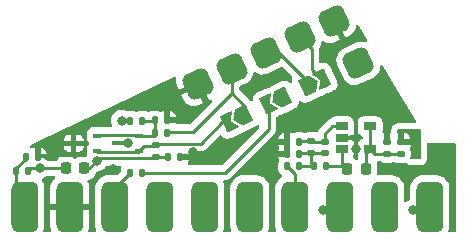
<source format=gbr>
%TF.GenerationSoftware,KiCad,Pcbnew,6.0.11-2627ca5db0~126~ubuntu20.04.1*%
%TF.CreationDate,2023-08-10T10:55:20+02:00*%
%TF.ProjectId,ScartPCB,53636172-7450-4434-922e-6b696361645f,2.0*%
%TF.SameCoordinates,PX76bb820PY7641700*%
%TF.FileFunction,Copper,L4,Bot*%
%TF.FilePolarity,Positive*%
%FSLAX46Y46*%
G04 Gerber Fmt 4.6, Leading zero omitted, Abs format (unit mm)*
G04 Created by KiCad (PCBNEW 6.0.11-2627ca5db0~126~ubuntu20.04.1) date 2023-08-10 10:55:20*
%MOMM*%
%LPD*%
G01*
G04 APERTURE LIST*
G04 Aperture macros list*
%AMRoundRect*
0 Rectangle with rounded corners*
0 $1 Rounding radius*
0 $2 $3 $4 $5 $6 $7 $8 $9 X,Y pos of 4 corners*
0 Add a 4 corners polygon primitive as box body*
4,1,4,$2,$3,$4,$5,$6,$7,$8,$9,$2,$3,0*
0 Add four circle primitives for the rounded corners*
1,1,$1+$1,$2,$3*
1,1,$1+$1,$4,$5*
1,1,$1+$1,$6,$7*
1,1,$1+$1,$8,$9*
0 Add four rect primitives between the rounded corners*
20,1,$1+$1,$2,$3,$4,$5,0*
20,1,$1+$1,$4,$5,$6,$7,0*
20,1,$1+$1,$6,$7,$8,$9,0*
20,1,$1+$1,$8,$9,$2,$3,0*%
%AMFreePoly0*
4,1,6,1.000000,0.000000,0.500000,-0.750000,-0.500000,-0.750000,-0.500000,0.750000,0.500000,0.750000,1.000000,0.000000,1.000000,0.000000,$1*%
%AMFreePoly1*
4,1,6,0.500000,-0.750000,-0.650000,-0.750000,-0.150000,0.000000,-0.650000,0.750000,0.500000,0.750000,0.500000,-0.750000,0.500000,-0.750000,$1*%
G04 Aperture macros list end*
%TA.AperFunction,SMDPad,CuDef*%
%ADD10RoundRect,0.571500X-0.571500X-1.562000X0.571500X-1.562000X0.571500X1.562000X-0.571500X1.562000X0*%
%TD*%
%TA.AperFunction,SMDPad,CuDef*%
%ADD11RoundRect,0.140000X0.140000X0.170000X-0.140000X0.170000X-0.140000X-0.170000X0.140000X-0.170000X0*%
%TD*%
%TA.AperFunction,SMDPad,CuDef*%
%ADD12RoundRect,0.135000X-0.135000X-0.185000X0.135000X-0.185000X0.135000X0.185000X-0.135000X0.185000X0*%
%TD*%
%TA.AperFunction,SMDPad,CuDef*%
%ADD13RoundRect,0.218750X0.218750X0.256250X-0.218750X0.256250X-0.218750X-0.256250X0.218750X-0.256250X0*%
%TD*%
%TA.AperFunction,SMDPad,CuDef*%
%ADD14RoundRect,0.571500X-0.276429X-0.759481X0.759481X-0.276429X0.276429X0.759481X-0.759481X0.276429X0*%
%TD*%
%TA.AperFunction,SMDPad,CuDef*%
%ADD15RoundRect,0.135000X0.135000X0.185000X-0.135000X0.185000X-0.135000X-0.185000X0.135000X-0.185000X0*%
%TD*%
%TA.AperFunction,SMDPad,CuDef*%
%ADD16RoundRect,0.135000X0.185000X-0.135000X0.185000X0.135000X-0.185000X0.135000X-0.185000X-0.135000X0*%
%TD*%
%TA.AperFunction,SMDPad,CuDef*%
%ADD17RoundRect,0.147500X-0.147500X-0.172500X0.147500X-0.172500X0.147500X0.172500X-0.147500X0.172500X0*%
%TD*%
%TA.AperFunction,SMDPad,CuDef*%
%ADD18FreePoly0,25.000000*%
%TD*%
%TA.AperFunction,SMDPad,CuDef*%
%ADD19FreePoly1,25.000000*%
%TD*%
%TA.AperFunction,SMDPad,CuDef*%
%ADD20RoundRect,0.225000X-0.225000X-0.250000X0.225000X-0.250000X0.225000X0.250000X-0.225000X0.250000X0*%
%TD*%
%TA.AperFunction,SMDPad,CuDef*%
%ADD21R,0.700000X0.450000*%
%TD*%
%TA.AperFunction,SMDPad,CuDef*%
%ADD22RoundRect,0.140000X0.170000X-0.140000X0.170000X0.140000X-0.170000X0.140000X-0.170000X-0.140000X0*%
%TD*%
%TA.AperFunction,SMDPad,CuDef*%
%ADD23RoundRect,0.147500X0.172500X-0.147500X0.172500X0.147500X-0.172500X0.147500X-0.172500X-0.147500X0*%
%TD*%
%TA.AperFunction,SMDPad,CuDef*%
%ADD24R,1.100000X0.650001*%
%TD*%
%TA.AperFunction,SMDPad,CuDef*%
%ADD25FreePoly0,205.000000*%
%TD*%
%TA.AperFunction,SMDPad,CuDef*%
%ADD26FreePoly1,205.000000*%
%TD*%
%TA.AperFunction,ViaPad*%
%ADD27C,0.800000*%
%TD*%
%TA.AperFunction,Conductor*%
%ADD28C,0.250000*%
%TD*%
%TA.AperFunction,Conductor*%
%ADD29C,0.350000*%
%TD*%
G04 APERTURE END LIST*
D10*
%TO.P,J1,2,Pin_2*%
%TO.N,AR*%
X36747500Y2642500D03*
%TO.P,J1,4,Pin_4*%
%TO.N,unconnected-(J1-Pad4)*%
X32937500Y2642500D03*
%TO.P,J1,6,Pin_6*%
%TO.N,AL*%
X29127500Y2642500D03*
%TO.P,J1,8,Pin_8*%
%TO.N,SWITCH*%
X25317500Y2642500D03*
%TO.P,J1,10,Pin_10*%
%TO.N,unconnected-(J1-Pad10)*%
X21507500Y2642500D03*
%TO.P,J1,12,Pin_12*%
%TO.N,unconnected-(J1-Pad12)*%
X17697500Y2642500D03*
%TO.P,J1,14,Pin_14*%
%TO.N,unconnected-(J1-Pad14)*%
X13887500Y2642500D03*
%TO.P,J1,16,Pin_16*%
%TO.N,RGB_BLANKING*%
X10077500Y2642500D03*
%TO.P,J1,18,Pin_18*%
%TO.N,GND*%
X6267500Y2642500D03*
%TO.P,J1,20,Pin_20*%
%TO.N,COMPOSITE_SYNC*%
X2457500Y2642500D03*
%TD*%
D11*
%TO.P,C3,1*%
%TO.N,Net-(C2-Pad1)*%
X25664800Y7083800D03*
%TO.P,C3,2*%
%TO.N,GND*%
X24704800Y7083800D03*
%TD*%
D12*
%TO.P,RC2,1*%
%TO.N,COMPOSITE_SYNC*%
X2548800Y6855200D03*
%TO.P,RC2,2*%
%TO.N,GND*%
X3568800Y6855200D03*
%TD*%
D13*
%TO.P,L1,1,1*%
%TO.N,Net-(C1-Pad1)*%
X31354500Y5824001D03*
%TO.P,L1,2,2*%
%TO.N,Net-(D2-Pad2)*%
X29779500Y5824001D03*
%TD*%
D14*
%TO.P,JI4,1,Pin_1*%
%TO.N,C*%
X19988949Y14335500D03*
%TD*%
%TO.P,JI8,1,Pin_1*%
%TO.N,+5V*%
X30694000Y14780000D03*
%TD*%
%TO.P,JI11,1,Pin_1*%
%TO.N,GND*%
X17105000Y13002000D03*
%TD*%
D15*
%TO.P,R9,1*%
%TO.N,Net-(JP2-Pad2)*%
X12408000Y5509000D03*
%TO.P,R9,2*%
%TO.N,RGB_BLANKING*%
X11388000Y5509000D03*
%TD*%
%TO.P,R2,1*%
%TO.N,Net-(C2-Pad2)*%
X25717600Y8125200D03*
%TO.P,R2,2*%
%TO.N,GND*%
X24697600Y8125200D03*
%TD*%
D12*
%TO.P,R8,1*%
%TO.N,Net-(CC1-Pad2)*%
X14563000Y6880600D03*
%TO.P,R8,2*%
%TO.N,GND*%
X15583000Y6880600D03*
%TD*%
D16*
%TO.P,R7,1*%
%TO.N,Net-(CC1-Pad2)*%
X13549000Y6827800D03*
%TO.P,R7,2*%
%TO.N,C_SYNC*%
X13549000Y7847800D03*
%TD*%
D14*
%TO.P,JI7,1,Pin_1*%
%TO.N,AL*%
X22872898Y15669000D03*
%TD*%
D17*
%TO.P,D2,1,K*%
%TO.N,Net-(C2-Pad1)*%
X26983200Y6093200D03*
%TO.P,D2,2,A*%
%TO.N,Net-(D2-Pad2)*%
X27953200Y6093200D03*
%TD*%
D18*
%TO.P,JP1,1,A*%
%TO.N,AL*%
X26353927Y12822602D03*
D19*
%TO.P,JP1,2,B*%
%TO.N,AR*%
X27668073Y13435398D03*
%TD*%
D16*
%TO.P,R1,1*%
%TO.N,Net-(C2-Pad1)*%
X26708500Y7160000D03*
%TO.P,R1,2*%
%TO.N,Net-(C2-Pad2)*%
X26708500Y8180000D03*
%TD*%
D12*
%TO.P,R6,1*%
%TO.N,Net-(C4-Pad2)*%
X13476400Y9938600D03*
%TO.P,R6,2*%
%TO.N,GND*%
X14496400Y9938600D03*
%TD*%
D14*
%TO.P,JI6,1,Pin_1*%
%TO.N,AR*%
X25756847Y17002500D03*
%TD*%
D20*
%TO.P,CC3,1*%
%TO.N,Net-(CC1-Pad1)*%
X5966800Y5890000D03*
%TO.P,CC3,2*%
%TO.N,Net-(CC1-Pad2)*%
X7516800Y5890000D03*
%TD*%
D21*
%TO.P,Q1,1,B*%
%TO.N,Net-(C4-Pad2)*%
X12161400Y8648200D03*
%TO.P,Q1,2,E*%
%TO.N,C_SYNC*%
X12161400Y7348200D03*
%TO.P,Q1,3,C*%
%TO.N,+5V*%
X10161400Y7998200D03*
%TD*%
D22*
%TO.P,C1,1*%
%TO.N,Net-(C1-Pad1)*%
X33164000Y7122001D03*
%TO.P,C1,2*%
%TO.N,GND*%
X33164000Y8082001D03*
%TD*%
D23*
%TO.P,D1,1,K*%
%TO.N,Net-(C1-Pad1)*%
X34307000Y7117001D03*
%TO.P,D1,2,A*%
%TO.N,+5V*%
X34307000Y8087001D03*
%TD*%
D21*
%TO.P,Q2,1,B*%
%TO.N,Net-(C4-Pad2)*%
X8605400Y8648200D03*
%TO.P,Q2,2,E*%
%TO.N,C_SYNC*%
X8605400Y7348200D03*
%TO.P,Q2,3,C*%
%TO.N,GND*%
X6605400Y7998200D03*
%TD*%
D15*
%TO.P,R3,1*%
%TO.N,Net-(C2-Pad1)*%
X25717600Y6042400D03*
%TO.P,R3,2*%
%TO.N,SWITCH*%
X24697600Y6042400D03*
%TD*%
D12*
%TO.P,R5,1*%
%TO.N,+5V*%
X11413400Y9928600D03*
%TO.P,R5,2*%
%TO.N,Net-(C4-Pad2)*%
X12433400Y9928600D03*
%TD*%
D24*
%TO.P,U1,1,SW*%
%TO.N,Net-(D2-Pad2)*%
X29297000Y7541000D03*
%TO.P,U1,2,GND*%
%TO.N,GND*%
X29297000Y8491001D03*
%TO.P,U1,3,FB*%
%TO.N,Net-(C2-Pad2)*%
X29297000Y9440999D03*
%TO.P,U1,4,EN*%
%TO.N,Net-(C1-Pad1)*%
X31697000Y9440999D03*
%TO.P,U1,5,VIN*%
X31697000Y7541000D03*
%TD*%
D14*
%TO.P,JI10,1,Pin_1*%
%TO.N,GND*%
X28662000Y18336000D03*
%TD*%
D25*
%TO.P,JP2,1,A*%
%TO.N,+5V*%
X24366073Y11911398D03*
D26*
%TO.P,JP2,2,B*%
%TO.N,Net-(JP2-Pad2)*%
X23051927Y11298602D03*
%TD*%
D25*
%TO.P,JP3,1,A*%
%TO.N,C*%
X21064073Y10387398D03*
D26*
%TO.P,JP3,2,B*%
%TO.N,C_SYNC*%
X19749927Y9774602D03*
%TD*%
D11*
%TO.P,C4,1*%
%TO.N,C*%
X14466400Y8838200D03*
%TO.P,C4,2*%
%TO.N,Net-(C4-Pad2)*%
X13506400Y8838200D03*
%TD*%
D22*
%TO.P,C2,1*%
%TO.N,Net-(C2-Pad1)*%
X27851500Y7190000D03*
%TO.P,C2,2*%
%TO.N,Net-(C2-Pad2)*%
X27851500Y8150000D03*
%TD*%
D12*
%TO.P,RC1,1*%
%TO.N,COMPOSITE_SYNC*%
X1761400Y5686800D03*
%TO.P,RC1,2*%
%TO.N,Net-(CC1-Pad1)*%
X2781400Y5686800D03*
%TD*%
D27*
%TO.N,GND*%
X9129400Y10182600D03*
X30490800Y10436600D03*
X6868800Y2308600D03*
X32472000Y12494000D03*
X14742800Y12290800D03*
X30592400Y17066000D03*
X4841014Y8298785D03*
X28154000Y18590000D03*
X16673200Y7240500D03*
X30490800Y7515600D03*
X17740000Y12748000D03*
X6868800Y4112000D03*
X9967600Y5788400D03*
X33234000Y10208000D03*
X29170000Y18082000D03*
X22148398Y13179800D03*
X23378800Y7541000D03*
X16470000Y13256000D03*
X6132200Y1419600D03*
X6132200Y3248400D03*
X26630000Y9954000D03*
X19179206Y7807194D03*
X37806000Y7160000D03*
X34199200Y5813800D03*
X12177400Y11655800D03*
X28458800Y15999200D03*
X37044000Y6398000D03*
%TO.N,+5V*%
X29957400Y15059400D03*
X11237600Y7998200D03*
X30440000Y14094200D03*
X35520000Y7414000D03*
X31379800Y14551400D03*
X24366073Y11911398D03*
X30973400Y15491200D03*
X10678800Y9928600D03*
X35520000Y8684000D03*
%TO.N,AL*%
X27722200Y2359400D03*
X26503000Y12875000D03*
%TO.N,AR*%
X35342200Y2359400D03*
X27900000Y13129000D03*
%TO.N,Net-(CC1-Pad1)*%
X3740767Y5902100D03*
%TO.N,Net-(CC1-Pad2)*%
X8545200Y6523698D03*
%TD*%
D28*
%TO.N,Net-(C1-Pad1)*%
X33169000Y7117001D02*
X33164000Y7122001D01*
X32115999Y7122001D02*
X31697000Y7541000D01*
X34307000Y7117001D02*
X33169000Y7117001D01*
X31354500Y7198500D02*
X31697000Y7541000D01*
X31354500Y5824001D02*
X31354500Y7198500D01*
X33164000Y7122001D02*
X32115999Y7122001D01*
X31697000Y7541000D02*
X31697000Y9440999D01*
D29*
%TO.N,GND*%
X30490800Y10436600D02*
X30490800Y8784801D01*
X30490800Y8501202D02*
X30480599Y8491001D01*
X30480599Y8491001D02*
X29297000Y8491001D01*
X30490800Y7515600D02*
X30490800Y8784801D01*
D28*
%TO.N,Net-(C2-Pad2)*%
X28497000Y9440999D02*
X27851500Y8795499D01*
X29297000Y9440999D02*
X28497000Y9440999D01*
X27851500Y8795499D02*
X27851500Y8150000D01*
X25772400Y8180000D02*
X25717600Y8125200D01*
X27851500Y8150000D02*
X26738500Y8150000D01*
X26708500Y8180000D02*
X25772400Y8180000D01*
D29*
%TO.N,+5V*%
X10161400Y7998200D02*
X11237600Y7998200D01*
X10678800Y9928600D02*
X11413400Y9928600D01*
D28*
%TO.N,SWITCH*%
X25317500Y5422500D02*
X24697600Y6042400D01*
X25317500Y2642500D02*
X25317500Y5422500D01*
%TO.N,RGB_BLANKING*%
X10077500Y4198500D02*
X10077500Y2642500D01*
X11388000Y5509000D02*
X10077500Y4198500D01*
%TO.N,COMPOSITE_SYNC*%
X1761400Y3338600D02*
X1761400Y5686800D01*
X2548800Y6700800D02*
X1761400Y5913400D01*
X2548800Y6855200D02*
X2548800Y6700800D01*
X1761400Y5913400D02*
X1761400Y5686800D01*
X2457500Y2642500D02*
X1761400Y3338600D01*
%TO.N,Net-(JP2-Pad2)*%
X23124800Y9242800D02*
X23124800Y11225729D01*
X12408000Y5509000D02*
X19391000Y5509000D01*
X19391000Y5509000D02*
X23124800Y9242800D01*
X23124800Y11225729D02*
X23051927Y11298602D01*
%TO.N,C_SYNC*%
X8680400Y7273200D02*
X12086400Y7273200D01*
X13549000Y7847800D02*
X13666700Y7965500D01*
X13470800Y7769600D02*
X13549000Y7847800D01*
X12582800Y7769600D02*
X12161400Y7348200D01*
X19186202Y9774602D02*
X19749927Y9774602D01*
X12086400Y7273200D02*
X12161400Y7348200D01*
X8605400Y7348200D02*
X8680400Y7273200D01*
X12582800Y7769600D02*
X13470800Y7769600D01*
X17377100Y7965500D02*
X19186202Y9774602D01*
X13666700Y7965500D02*
X17377100Y7965500D01*
%TO.N,C*%
X21064073Y11176527D02*
X21064073Y10387398D01*
X19988949Y12253749D02*
X19988949Y14335500D01*
X19988949Y12251651D02*
X21064073Y11176527D01*
X14617000Y8988800D02*
X16724000Y8988800D01*
X14466400Y8838200D02*
X14617000Y8988800D01*
X19988949Y14335500D02*
X19988949Y12251651D01*
X16724000Y8988800D02*
X19988949Y12253749D01*
%TO.N,AL*%
X23963000Y15669000D02*
X22872898Y15669000D01*
X26503000Y12875000D02*
X26503000Y13129000D01*
X26503000Y13129000D02*
X23963000Y15669000D01*
X27722200Y2359400D02*
X29123900Y2359400D01*
X29123900Y2359400D02*
X29127500Y2363000D01*
%TO.N,AR*%
X27900000Y13129000D02*
X26779073Y14249927D01*
X26779073Y14249927D02*
X26779073Y15980274D01*
X26779073Y15980274D02*
X25756847Y17002500D01*
X35345800Y2363000D02*
X36747500Y2363000D01*
X35342200Y2359400D02*
X35345800Y2363000D01*
%TO.N,Net-(C4-Pad2)*%
X12433400Y9928600D02*
X13466400Y9928600D01*
X13500800Y8838200D02*
X13500800Y9914200D01*
X12161400Y8648200D02*
X12074800Y8734800D01*
X8692000Y8734800D02*
X8605400Y8648200D01*
X12161400Y8648200D02*
X13500800Y8648200D01*
X12074800Y8734800D02*
X8692000Y8734800D01*
X13466400Y9928600D02*
X13476400Y9938600D01*
X13500800Y9914200D02*
X13476400Y9938600D01*
%TO.N,Net-(C2-Pad1)*%
X26983200Y6093200D02*
X25768400Y6093200D01*
X26708500Y6367900D02*
X26983200Y6093200D01*
X25768400Y6093200D02*
X25717600Y6042400D01*
X26708500Y7160000D02*
X26708500Y6367900D01*
X25741000Y7160000D02*
X25664800Y7083800D01*
X26708500Y7160000D02*
X27821500Y7160000D01*
X26708500Y7160000D02*
X25741000Y7160000D01*
%TO.N,Net-(D2-Pad2)*%
X29297000Y6306501D02*
X29779500Y5824001D01*
X29297000Y7541000D02*
X29297000Y6306501D01*
X29510301Y6093200D02*
X29779500Y5824001D01*
X27953200Y6093200D02*
X29510301Y6093200D01*
%TO.N,Net-(CC1-Pad1)*%
X3740767Y5902100D02*
X2996700Y5902100D01*
X3740767Y5902100D02*
X3752867Y5890000D01*
X3752867Y5890000D02*
X5966800Y5890000D01*
X2996700Y5902100D02*
X2781400Y5686800D01*
%TO.N,Net-(CC1-Pad2)*%
X13476400Y6728200D02*
X8749702Y6728200D01*
X13549000Y6827800D02*
X14510200Y6827800D01*
X14510200Y6827800D02*
X14563000Y6880600D01*
X7911502Y5890000D02*
X7516800Y5890000D01*
X8545200Y6626600D02*
X8605400Y6686800D01*
X8545200Y6523698D02*
X8545200Y6626600D01*
X8545200Y6523698D02*
X7911502Y5890000D01*
X8749702Y6728200D02*
X8545200Y6523698D01*
%TD*%
%TA.AperFunction,Conductor*%
%TO.N,GND*%
G36*
X10599611Y6074698D02*
G01*
X10646104Y6021042D01*
X10656208Y5950768D01*
X10652487Y5933547D01*
X10612371Y5795466D01*
X10609500Y5758989D01*
X10609500Y5678595D01*
X10589498Y5610474D01*
X10572595Y5589500D01*
X10304500Y5321405D01*
X10242188Y5287379D01*
X10215405Y5284500D01*
X9453672Y5284499D01*
X9423308Y5284499D01*
X9421370Y5284379D01*
X9421362Y5284379D01*
X9394120Y5282695D01*
X9375662Y5281555D01*
X9174347Y5237478D01*
X8984999Y5156127D01*
X8814450Y5040440D01*
X8810214Y5036197D01*
X8810212Y5036195D01*
X8744829Y4970698D01*
X8668854Y4894590D01*
X8665497Y4889623D01*
X8665495Y4889620D01*
X8639237Y4850763D01*
X8553465Y4723839D01*
X8472445Y4534349D01*
X8428719Y4332958D01*
X8428430Y4328093D01*
X8426116Y4289138D01*
X8426000Y4287193D01*
X8426001Y997808D01*
X8428945Y950162D01*
X8473022Y748847D01*
X8475387Y743343D01*
X8475388Y743339D01*
X8500780Y684237D01*
X8509292Y613753D01*
X8478346Y549856D01*
X8417768Y512832D01*
X8385012Y508500D01*
X7959382Y508500D01*
X7891261Y528502D01*
X7844768Y582158D01*
X7834664Y652432D01*
X7843527Y684035D01*
X7869720Y745295D01*
X7873349Y756667D01*
X7914748Y947340D01*
X7916071Y956967D01*
X7918390Y995995D01*
X7918500Y999710D01*
X7918500Y2370385D01*
X7914025Y2385624D01*
X7912635Y2386829D01*
X7904952Y2388500D01*
X4634616Y2388500D01*
X4619377Y2384025D01*
X4618172Y2382635D01*
X4616501Y2374952D01*
X4616501Y999801D01*
X4616621Y995907D01*
X4619145Y955063D01*
X4620481Y945484D01*
X4662219Y754856D01*
X4665867Y743492D01*
X4691325Y684239D01*
X4699838Y613754D01*
X4668893Y549857D01*
X4608315Y512833D01*
X4575558Y508500D01*
X4149927Y508500D01*
X4081806Y528502D01*
X4035313Y582158D01*
X4025209Y652432D01*
X4034072Y684035D01*
X4060200Y745143D01*
X4062555Y750651D01*
X4106281Y952042D01*
X4106873Y962007D01*
X4108890Y995951D01*
X4108890Y995960D01*
X4109000Y997807D01*
X4108999Y4287192D01*
X4106055Y4334838D01*
X4061978Y4536153D01*
X3992425Y4698041D01*
X3982994Y4719992D01*
X3982993Y4719993D01*
X3980627Y4725501D01*
X3908653Y4831607D01*
X3886966Y4899210D01*
X3905271Y4967806D01*
X3957755Y5015617D01*
X3986731Y5025585D01*
X4016597Y5031933D01*
X4016600Y5031934D01*
X4023055Y5033306D01*
X4038207Y5040052D01*
X4191489Y5108297D01*
X4191491Y5108298D01*
X4197519Y5110982D01*
X4202861Y5114863D01*
X4346676Y5219351D01*
X4346678Y5219353D01*
X4352020Y5223234D01*
X4353474Y5224849D01*
X4415999Y5254854D01*
X4436301Y5256500D01*
X4917327Y5256500D01*
X4985448Y5236498D01*
X5031941Y5182842D01*
X5042045Y5112568D01*
X5012551Y5047988D01*
X5004603Y5040220D01*
X5004771Y5040052D01*
X4863476Y4898510D01*
X4855889Y4889306D01*
X4747266Y4728571D01*
X4741545Y4718076D01*
X4665283Y4539714D01*
X4661651Y4528333D01*
X4620252Y4337660D01*
X4618929Y4328033D01*
X4616610Y4289005D01*
X4616500Y4285290D01*
X4616500Y2914615D01*
X4620975Y2899376D01*
X4622365Y2898171D01*
X4630048Y2896500D01*
X7900384Y2896500D01*
X7915623Y2900975D01*
X7916828Y2902365D01*
X7918499Y2910048D01*
X7918499Y4285198D01*
X7918379Y4289093D01*
X7915855Y4329937D01*
X7914519Y4339516D01*
X7872781Y4530144D01*
X7869134Y4541503D01*
X7792553Y4719750D01*
X7786730Y4730385D01*
X7771560Y4799742D01*
X7796295Y4866290D01*
X7853082Y4908902D01*
X7884239Y4916223D01*
X7892819Y4917113D01*
X7941316Y4933293D01*
X8048124Y4968927D01*
X8048126Y4968928D01*
X8055068Y4971244D01*
X8153141Y5031933D01*
X8194285Y5057394D01*
X8200513Y5061248D01*
X8216842Y5077605D01*
X8316181Y5177118D01*
X8321352Y5182298D01*
X8344192Y5219351D01*
X8407262Y5321669D01*
X8407263Y5321671D01*
X8411102Y5327899D01*
X8464949Y5490243D01*
X8465650Y5497084D01*
X8465651Y5497089D01*
X8466159Y5502044D01*
X8493001Y5567770D01*
X8551117Y5608551D01*
X8591502Y5615198D01*
X8640687Y5615198D01*
X8647139Y5616570D01*
X8647144Y5616570D01*
X8734087Y5635051D01*
X8827488Y5654904D01*
X8833519Y5657589D01*
X8995922Y5729895D01*
X8995924Y5729896D01*
X9001952Y5732580D01*
X9025585Y5749750D01*
X9097010Y5801644D01*
X9156453Y5844832D01*
X9237028Y5934320D01*
X9279821Y5981846D01*
X9279822Y5981847D01*
X9284240Y5986754D01*
X9310191Y6031702D01*
X9361573Y6080694D01*
X9419309Y6094700D01*
X10531490Y6094700D01*
X10599611Y6074698D01*
G37*
%TD.AperFunction*%
%TA.AperFunction,Conductor*%
G36*
X36721043Y8069170D02*
G01*
X36736476Y8061924D01*
X36754442Y8051606D01*
X36771287Y8039992D01*
X36796709Y8031591D01*
X36804313Y8029078D01*
X36818318Y8023500D01*
X36849800Y8008719D01*
X36858668Y8007338D01*
X36858669Y8007338D01*
X36870011Y8005572D01*
X36890159Y8000709D01*
X36901061Y7997107D01*
X36901062Y7997107D01*
X36909589Y7994289D01*
X36931139Y7993542D01*
X36944338Y7993084D01*
X36950705Y7992481D01*
X36950716Y7992625D01*
X36955581Y7992248D01*
X36960386Y7991500D01*
X36987823Y7991500D01*
X36992191Y7991424D01*
X37046183Y7989551D01*
X37046185Y7989551D01*
X37055159Y7989240D01*
X37062145Y7991023D01*
X37071015Y7991500D01*
X38865500Y7991500D01*
X38933621Y7971498D01*
X38980114Y7917842D01*
X38991500Y7865500D01*
X38991500Y634500D01*
X38971498Y566379D01*
X38917842Y519886D01*
X38865500Y508500D01*
X38439927Y508500D01*
X38371806Y528502D01*
X38325313Y582158D01*
X38315209Y652432D01*
X38324072Y684035D01*
X38350200Y745143D01*
X38352555Y750651D01*
X38396281Y952042D01*
X38396873Y962007D01*
X38398890Y995951D01*
X38398890Y995960D01*
X38399000Y997807D01*
X38398999Y4287192D01*
X38396055Y4334838D01*
X38351978Y4536153D01*
X38282425Y4698041D01*
X38272994Y4719992D01*
X38272993Y4719993D01*
X38270627Y4725501D01*
X38163129Y4883978D01*
X38158308Y4891085D01*
X38158307Y4891086D01*
X38154940Y4896050D01*
X38144168Y4906804D01*
X38075756Y4975096D01*
X38009090Y5041646D01*
X38004123Y5045003D01*
X38004120Y5045005D01*
X37907578Y5110245D01*
X37838339Y5157035D01*
X37648849Y5238055D01*
X37561671Y5256983D01*
X37452221Y5280747D01*
X37452219Y5280747D01*
X37447458Y5281781D01*
X37437493Y5282373D01*
X37403549Y5284390D01*
X37403540Y5284390D01*
X37401693Y5284500D01*
X36763154Y5284500D01*
X36093308Y5284499D01*
X36091370Y5284379D01*
X36091362Y5284379D01*
X36064120Y5282695D01*
X36045662Y5281555D01*
X35844347Y5237478D01*
X35654999Y5156127D01*
X35484450Y5040440D01*
X35480214Y5036197D01*
X35480212Y5036195D01*
X35414829Y4970698D01*
X35338854Y4894590D01*
X35335497Y4889623D01*
X35335495Y4889620D01*
X35309237Y4850763D01*
X35223465Y4723839D01*
X35142445Y4534349D01*
X35098719Y4332958D01*
X35098430Y4328093D01*
X35096116Y4289138D01*
X35096000Y4287193D01*
X35096000Y3326087D01*
X35075998Y3257966D01*
X35021248Y3210980D01*
X34891481Y3153205D01*
X34891474Y3153201D01*
X34885448Y3150518D01*
X34880107Y3146638D01*
X34880106Y3146637D01*
X34789060Y3080488D01*
X34722192Y3056629D01*
X34653041Y3072710D01*
X34603560Y3123624D01*
X34588999Y3182424D01*
X34588999Y4287192D01*
X34586055Y4334838D01*
X34541978Y4536153D01*
X34472425Y4698041D01*
X34462994Y4719992D01*
X34462993Y4719993D01*
X34460627Y4725501D01*
X34353129Y4883978D01*
X34348308Y4891085D01*
X34348307Y4891086D01*
X34344940Y4896050D01*
X34334168Y4906804D01*
X34265756Y4975096D01*
X34199090Y5041646D01*
X34194123Y5045003D01*
X34194120Y5045005D01*
X34097578Y5110245D01*
X34028339Y5157035D01*
X33838849Y5238055D01*
X33751671Y5256983D01*
X33642221Y5280747D01*
X33642219Y5280747D01*
X33637458Y5281781D01*
X33627493Y5282373D01*
X33593549Y5284390D01*
X33593540Y5284390D01*
X33591693Y5284500D01*
X33573645Y5284500D01*
X32415999Y5284499D01*
X32347878Y5304501D01*
X32301385Y5358157D01*
X32290655Y5423341D01*
X32292035Y5436812D01*
X32300500Y5519429D01*
X32300500Y6128573D01*
X32289978Y6229983D01*
X32259070Y6322625D01*
X32256484Y6393574D01*
X32292668Y6454658D01*
X32356132Y6486483D01*
X32378593Y6488501D01*
X32522217Y6488501D01*
X32590338Y6468499D01*
X32590499Y6468385D01*
X32593371Y6465513D01*
X32600193Y6461478D01*
X32600195Y6461477D01*
X32727580Y6386142D01*
X32734403Y6382107D01*
X32742014Y6379896D01*
X32742016Y6379895D01*
X32779022Y6369144D01*
X32891746Y6336395D01*
X32898151Y6335891D01*
X32898156Y6335890D01*
X32926060Y6333694D01*
X32926068Y6333694D01*
X32928516Y6333501D01*
X33399484Y6333501D01*
X33401932Y6333694D01*
X33401940Y6333694D01*
X33429844Y6335890D01*
X33429849Y6335891D01*
X33436254Y6336395D01*
X33548978Y6369144D01*
X33585984Y6379895D01*
X33585986Y6379896D01*
X33593597Y6382107D01*
X33652177Y6416751D01*
X33720989Y6434210D01*
X33780451Y6416751D01*
X33871900Y6362669D01*
X33879511Y6360458D01*
X33879513Y6360457D01*
X33930196Y6345733D01*
X34031063Y6316428D01*
X34037468Y6315924D01*
X34037473Y6315923D01*
X34065797Y6313694D01*
X34065805Y6313694D01*
X34068253Y6313501D01*
X34306855Y6313501D01*
X34545746Y6313502D01*
X34582937Y6316428D01*
X34589120Y6318224D01*
X34589124Y6318225D01*
X34682855Y6345456D01*
X34753851Y6345253D01*
X34800519Y6319684D01*
X34885648Y6245919D01*
X34885651Y6245917D01*
X34892459Y6240018D01*
X34900657Y6236274D01*
X34929445Y6223127D01*
X35025408Y6179302D01*
X35049162Y6172327D01*
X35089206Y6160569D01*
X35089210Y6160568D01*
X35093529Y6159300D01*
X35097978Y6158660D01*
X35097984Y6158659D01*
X35233751Y6139139D01*
X35233756Y6139139D01*
X35238198Y6138500D01*
X35902000Y6138500D01*
X35905346Y6138860D01*
X35905351Y6138860D01*
X36007785Y6149872D01*
X36007792Y6149873D01*
X36011149Y6150234D01*
X36014450Y6150952D01*
X36060210Y6160906D01*
X36060215Y6160907D01*
X36063491Y6161620D01*
X36167657Y6196290D01*
X36290612Y6275308D01*
X36307476Y6289920D01*
X36340875Y6318861D01*
X36344268Y6321801D01*
X36377764Y6360457D01*
X36434081Y6425450D01*
X36434083Y6425453D01*
X36439982Y6432261D01*
X36500698Y6565210D01*
X36509479Y6595117D01*
X36519431Y6629008D01*
X36519432Y6629012D01*
X36520700Y6633331D01*
X36522609Y6646602D01*
X36540861Y6773553D01*
X36540861Y6773558D01*
X36541500Y6778000D01*
X36541500Y7955113D01*
X36561502Y8023234D01*
X36615158Y8069727D01*
X36685432Y8079831D01*
X36721043Y8069170D01*
G37*
%TD.AperFunction*%
%TA.AperFunction,Conductor*%
G36*
X28805666Y18601978D02*
G01*
X28838107Y18559352D01*
X29582289Y16963450D01*
X29592785Y16951530D01*
X29594556Y16951025D01*
X29602221Y16952756D01*
X29950841Y17115321D01*
X29954309Y17117070D01*
X29990271Y17136625D01*
X29998374Y17141876D01*
X30153504Y17260267D01*
X30162270Y17268384D01*
X30291446Y17413113D01*
X30298511Y17422730D01*
X30397994Y17589285D01*
X30403112Y17600065D01*
X30469304Y17782420D01*
X30472294Y17793981D01*
X30493026Y17924143D01*
X30523494Y17988270D01*
X30583795Y18025744D01*
X30654783Y18024668D01*
X30713921Y17985384D01*
X30725501Y17969151D01*
X31457059Y16749889D01*
X31474955Y16681184D01*
X31452866Y16613712D01*
X31397805Y16568892D01*
X31327254Y16560955D01*
X31306031Y16566621D01*
X31242069Y16589838D01*
X31178229Y16600006D01*
X31044474Y16621310D01*
X31044470Y16621310D01*
X31038551Y16622253D01*
X30941825Y16619129D01*
X30838572Y16615794D01*
X30838569Y16615794D01*
X30832574Y16615600D01*
X30826724Y16614276D01*
X30826722Y16614276D01*
X30636322Y16571193D01*
X30636320Y16571192D01*
X30631572Y16570118D01*
X30627046Y16568326D01*
X30590672Y16553925D01*
X30590654Y16553917D01*
X30588946Y16553241D01*
X29403147Y16000293D01*
X29401445Y15999368D01*
X29401438Y15999364D01*
X29388320Y15992231D01*
X29361209Y15977489D01*
X29197384Y15852462D01*
X29193395Y15847992D01*
X29193390Y15847988D01*
X29064150Y15703185D01*
X29060157Y15698711D01*
X28954478Y15521786D01*
X28952433Y15516152D01*
X28952432Y15516150D01*
X28896311Y15361538D01*
X28884162Y15328069D01*
X28883220Y15322154D01*
X28855455Y15147829D01*
X28851747Y15124551D01*
X28858400Y14918574D01*
X28859724Y14912724D01*
X28859724Y14912722D01*
X28886267Y14795421D01*
X28903882Y14717572D01*
X28905674Y14713046D01*
X28920075Y14676672D01*
X28920083Y14676654D01*
X28920759Y14674946D01*
X29473707Y13489147D01*
X29496511Y13447209D01*
X29621538Y13283384D01*
X29626008Y13279395D01*
X29626012Y13279390D01*
X29737616Y13179781D01*
X29775289Y13146157D01*
X29780442Y13143079D01*
X29931684Y13052741D01*
X29952214Y13040478D01*
X29957848Y13038433D01*
X29957850Y13038432D01*
X30140299Y12972206D01*
X30140302Y12972205D01*
X30145931Y12970162D01*
X30192744Y12962706D01*
X30343526Y12938690D01*
X30343530Y12938690D01*
X30349449Y12937747D01*
X30446175Y12940871D01*
X30549428Y12944206D01*
X30549431Y12944206D01*
X30555426Y12944400D01*
X30561276Y12945724D01*
X30561278Y12945724D01*
X30751678Y12988807D01*
X30751680Y12988808D01*
X30756428Y12989882D01*
X30761615Y12991936D01*
X30797328Y13006075D01*
X30797346Y13006083D01*
X30799054Y13006759D01*
X31984853Y13559707D01*
X31986555Y13560632D01*
X31986562Y13560636D01*
X32022537Y13580198D01*
X32026791Y13582511D01*
X32190616Y13707538D01*
X32194605Y13712008D01*
X32194610Y13712012D01*
X32323850Y13856815D01*
X32323851Y13856816D01*
X32327843Y13861289D01*
X32337709Y13877807D01*
X32430446Y14033064D01*
X32430447Y14033065D01*
X32433522Y14038214D01*
X32503838Y14231931D01*
X32527793Y14382332D01*
X32535310Y14429526D01*
X32535310Y14429530D01*
X32536253Y14435449D01*
X32535088Y14471511D01*
X32534310Y14495615D01*
X32552103Y14564346D01*
X32604230Y14612546D01*
X32674141Y14624913D01*
X32739640Y14597520D01*
X32768288Y14564509D01*
X33485733Y13368766D01*
X35569196Y9896326D01*
X35587092Y9827622D01*
X35565003Y9760149D01*
X35509942Y9715330D01*
X35461152Y9705500D01*
X34122000Y9705500D01*
X34118654Y9705140D01*
X34118649Y9705140D01*
X34016215Y9694128D01*
X34016208Y9694127D01*
X34012851Y9693766D01*
X34009551Y9693048D01*
X34009550Y9693048D01*
X33963790Y9683094D01*
X33963785Y9683093D01*
X33960509Y9682380D01*
X33856343Y9647710D01*
X33733388Y9568692D01*
X33729993Y9565750D01*
X33729990Y9565748D01*
X33687606Y9529022D01*
X33679732Y9522199D01*
X33676792Y9518806D01*
X33589919Y9418550D01*
X33589917Y9418547D01*
X33584018Y9411739D01*
X33523302Y9278790D01*
X33519770Y9266761D01*
X33504651Y9215269D01*
X33503300Y9210669D01*
X33502660Y9206220D01*
X33502659Y9206214D01*
X33483259Y9071282D01*
X33482500Y9066000D01*
X33482500Y8988977D01*
X33482661Y8986727D01*
X33482741Y8984485D01*
X33482057Y8984461D01*
X33467538Y8917736D01*
X33445414Y8888401D01*
X33421091Y8864421D01*
X33418000Y8852488D01*
X33418000Y8036501D01*
X33397998Y7968380D01*
X33344342Y7921887D01*
X33292000Y7910501D01*
X33036000Y7910501D01*
X32967879Y7930503D01*
X32921386Y7984159D01*
X32910000Y8036501D01*
X32910000Y8850425D01*
X32905656Y8865220D01*
X32893996Y8867281D01*
X32891825Y8867110D01*
X32891781Y8867672D01*
X32890313Y8867932D01*
X32825835Y8874727D01*
X32770461Y8919159D01*
X32747899Y8986475D01*
X32749770Y9005572D01*
X32748745Y9005683D01*
X32755131Y9064468D01*
X32755500Y9067865D01*
X32755500Y9814133D01*
X32748745Y9876315D01*
X32697615Y10012704D01*
X32610261Y10129260D01*
X32493705Y10216614D01*
X32357316Y10267744D01*
X32295134Y10274499D01*
X31098866Y10274499D01*
X31036684Y10267744D01*
X30900295Y10216614D01*
X30783739Y10129260D01*
X30696385Y10012704D01*
X30645255Y9876315D01*
X30638500Y9814133D01*
X30638500Y9067865D01*
X30645255Y9005683D01*
X30696385Y8869294D01*
X30783739Y8752738D01*
X30900295Y8665384D01*
X30908703Y8662232D01*
X30981730Y8634855D01*
X31038494Y8592213D01*
X31063194Y8525651D01*
X31063500Y8516873D01*
X31063500Y8465126D01*
X31043498Y8397005D01*
X30989842Y8350512D01*
X30981730Y8347144D01*
X30924134Y8325552D01*
X30900295Y8316615D01*
X30783739Y8229261D01*
X30696385Y8112705D01*
X30645255Y7976316D01*
X30638500Y7914134D01*
X30638500Y7167866D01*
X30645255Y7105684D01*
X30696385Y6969295D01*
X30701765Y6962116D01*
X30705521Y6955256D01*
X30721000Y6894749D01*
X30721000Y6745648D01*
X30700998Y6677527D01*
X30680321Y6654696D01*
X30680946Y6654073D01*
X30680945Y6654072D01*
X30656113Y6629196D01*
X30593832Y6595117D01*
X30523012Y6600119D01*
X30477922Y6629041D01*
X30457233Y6649694D01*
X30452053Y6654865D01*
X30432508Y6666913D01*
X30307692Y6743850D01*
X30308550Y6745243D01*
X30261852Y6786366D01*
X30242396Y6854645D01*
X30262943Y6922603D01*
X30267566Y6929201D01*
X30292229Y6962109D01*
X30297615Y6969295D01*
X30348745Y7105684D01*
X30355500Y7167866D01*
X30355500Y7914134D01*
X30348745Y7976316D01*
X30345971Y7983716D01*
X30344966Y7987942D01*
X30344966Y8046238D01*
X30349105Y8063644D01*
X30354631Y8114515D01*
X30355000Y8121329D01*
X30355000Y8218886D01*
X30350525Y8234125D01*
X30349135Y8235330D01*
X30341452Y8237001D01*
X30241909Y8237001D01*
X30173788Y8257003D01*
X30166344Y8262175D01*
X30093705Y8316615D01*
X30069866Y8325552D01*
X29964712Y8364973D01*
X29964707Y8364974D01*
X29957316Y8367745D01*
X29950011Y8368539D01*
X29888577Y8403636D01*
X29855758Y8466592D01*
X29862185Y8537297D01*
X29905818Y8593303D01*
X29949942Y8613453D01*
X29957316Y8614254D01*
X30093705Y8665384D01*
X30166348Y8719827D01*
X30232854Y8744675D01*
X30241913Y8745001D01*
X30336884Y8745001D01*
X30352123Y8749476D01*
X30353328Y8750866D01*
X30354999Y8758549D01*
X30354999Y8860670D01*
X30354629Y8867491D01*
X30349106Y8918348D01*
X30344965Y8935763D01*
X30344966Y8994059D01*
X30345971Y8998284D01*
X30348745Y9005683D01*
X30349598Y9013536D01*
X30349599Y9013540D01*
X30355131Y9064468D01*
X30355500Y9067865D01*
X30355500Y9814133D01*
X30348745Y9876315D01*
X30297615Y10012704D01*
X30210261Y10129260D01*
X30093705Y10216614D01*
X29957316Y10267744D01*
X29895134Y10274499D01*
X28698866Y10274499D01*
X28636684Y10267744D01*
X28500295Y10216614D01*
X28472091Y10195476D01*
X28390922Y10134644D01*
X28390919Y10134641D01*
X28383739Y10129260D01*
X28378358Y10122080D01*
X28378356Y10122078D01*
X28350090Y10084363D01*
X28293230Y10041849D01*
X28284419Y10038933D01*
X28251022Y10029230D01*
X28251018Y10029228D01*
X28243407Y10027017D01*
X28236581Y10022980D01*
X28225972Y10016706D01*
X28208224Y10008011D01*
X28189383Y10000551D01*
X28182967Y9995889D01*
X28182966Y9995889D01*
X28153613Y9974563D01*
X28143693Y9968047D01*
X28112465Y9949579D01*
X28112462Y9949577D01*
X28105638Y9945541D01*
X28091317Y9931220D01*
X28076284Y9918380D01*
X28059893Y9906471D01*
X28041067Y9883714D01*
X28031712Y9872406D01*
X28023722Y9863625D01*
X27459242Y9299146D01*
X27450963Y9291612D01*
X27444482Y9287499D01*
X27425008Y9266761D01*
X27397857Y9237848D01*
X27395102Y9235006D01*
X27375365Y9215269D01*
X27372885Y9212072D01*
X27365182Y9203052D01*
X27334914Y9170820D01*
X27331095Y9163874D01*
X27331093Y9163871D01*
X27325152Y9153065D01*
X27314301Y9136546D01*
X27301886Y9120540D01*
X27298741Y9113271D01*
X27298738Y9113267D01*
X27284326Y9079962D01*
X27279109Y9069312D01*
X27257805Y9030559D01*
X27255835Y9022886D01*
X27253991Y9015703D01*
X27217675Y8954698D01*
X27154141Y8923011D01*
X27096798Y8926044D01*
X26994966Y8955629D01*
X26988559Y8956133D01*
X26988555Y8956134D01*
X26960944Y8958307D01*
X26960938Y8958307D01*
X26958489Y8958500D01*
X26708652Y8958500D01*
X26458512Y8958499D01*
X26422034Y8955629D01*
X26353655Y8935763D01*
X26273517Y8912481D01*
X26273515Y8912480D01*
X26265904Y8910269D01*
X26250965Y8901434D01*
X26248131Y8899758D01*
X26179314Y8882298D01*
X26124357Y8898436D01*
X26124292Y8898286D01*
X26123077Y8898812D01*
X26119851Y8899759D01*
X26110196Y8905469D01*
X26102585Y8907680D01*
X26102583Y8907681D01*
X25960244Y8949034D01*
X25960245Y8949034D01*
X25954066Y8950829D01*
X25947659Y8951333D01*
X25947655Y8951334D01*
X25920044Y8953507D01*
X25920038Y8953507D01*
X25917589Y8953700D01*
X25717722Y8953700D01*
X25517612Y8953699D01*
X25481134Y8950829D01*
X25395824Y8926044D01*
X25332617Y8907681D01*
X25332615Y8907680D01*
X25325004Y8905469D01*
X25271247Y8873677D01*
X25202434Y8856218D01*
X25142970Y8873678D01*
X25096820Y8900971D01*
X25082383Y8907219D01*
X24968995Y8940161D01*
X24954895Y8940121D01*
X24951600Y8932851D01*
X24951600Y8462742D01*
X24946597Y8427590D01*
X24943766Y8417847D01*
X24943765Y8417840D01*
X24941971Y8411666D01*
X24941467Y8405259D01*
X24941466Y8405255D01*
X24939359Y8378483D01*
X24939100Y8375189D01*
X24939101Y7875212D01*
X24941971Y7838734D01*
X24943767Y7832552D01*
X24943768Y7832547D01*
X24953797Y7798027D01*
X24958800Y7762875D01*
X24958800Y7605179D01*
X24941254Y7541040D01*
X24924906Y7513397D01*
X24922695Y7505786D01*
X24922694Y7505784D01*
X24913832Y7475279D01*
X24879194Y7356054D01*
X24878690Y7349649D01*
X24878689Y7349644D01*
X24876608Y7323196D01*
X24876300Y7319284D01*
X24876300Y6996900D01*
X24856298Y6928779D01*
X24802642Y6882286D01*
X24750300Y6870900D01*
X24504899Y6870899D01*
X24497612Y6870899D01*
X24461134Y6868029D01*
X24408506Y6852739D01*
X24346769Y6834803D01*
X24311616Y6829800D01*
X23936376Y6829800D01*
X23921581Y6825456D01*
X23919737Y6815025D01*
X23921488Y6805441D01*
X23963157Y6662016D01*
X23969405Y6647578D01*
X23978511Y6632181D01*
X23995971Y6563365D01*
X23978511Y6503902D01*
X23971369Y6491825D01*
X23971367Y6491821D01*
X23967331Y6484996D01*
X23965120Y6477385D01*
X23965119Y6477383D01*
X23950031Y6425450D01*
X23921971Y6328866D01*
X23921467Y6322459D01*
X23921466Y6322455D01*
X23919546Y6298059D01*
X23919100Y6292389D01*
X23919101Y5792412D01*
X23921971Y5755934D01*
X23928756Y5732580D01*
X23962859Y5615198D01*
X23967331Y5599804D01*
X23971366Y5592982D01*
X23971366Y5592981D01*
X24016756Y5516230D01*
X24050094Y5459859D01*
X24165059Y5344894D01*
X24171879Y5340861D01*
X24171885Y5340856D01*
X24174692Y5339196D01*
X24176444Y5337320D01*
X24178149Y5335997D01*
X24177936Y5335722D01*
X24223143Y5287302D01*
X24235846Y5217451D01*
X24208768Y5151821D01*
X24181282Y5126473D01*
X24054450Y5040440D01*
X24050214Y5036197D01*
X24050212Y5036195D01*
X23984829Y4970698D01*
X23908854Y4894590D01*
X23905497Y4889623D01*
X23905495Y4889620D01*
X23879237Y4850763D01*
X23793465Y4723839D01*
X23712445Y4534349D01*
X23668719Y4332958D01*
X23668430Y4328093D01*
X23666116Y4289138D01*
X23666000Y4287193D01*
X23666001Y997808D01*
X23668945Y950162D01*
X23713022Y748847D01*
X23715387Y743343D01*
X23715388Y743339D01*
X23740780Y684237D01*
X23749292Y613753D01*
X23718346Y549856D01*
X23657768Y512832D01*
X23625012Y508500D01*
X23199927Y508500D01*
X23131806Y528502D01*
X23085313Y582158D01*
X23075209Y652432D01*
X23084072Y684035D01*
X23110200Y745143D01*
X23112555Y750651D01*
X23156281Y952042D01*
X23156873Y962007D01*
X23158890Y995951D01*
X23158890Y995960D01*
X23159000Y997807D01*
X23158999Y4287192D01*
X23156055Y4334838D01*
X23111978Y4536153D01*
X23042425Y4698041D01*
X23032994Y4719992D01*
X23032993Y4719993D01*
X23030627Y4725501D01*
X22923129Y4883978D01*
X22918308Y4891085D01*
X22918307Y4891086D01*
X22914940Y4896050D01*
X22904168Y4906804D01*
X22835756Y4975096D01*
X22769090Y5041646D01*
X22764123Y5045003D01*
X22764120Y5045005D01*
X22667578Y5110245D01*
X22598339Y5157035D01*
X22408849Y5238055D01*
X22321671Y5256983D01*
X22212221Y5280747D01*
X22212219Y5280747D01*
X22207458Y5281781D01*
X22197493Y5282373D01*
X22163549Y5284390D01*
X22163540Y5284390D01*
X22161693Y5284500D01*
X21523154Y5284500D01*
X20853308Y5284499D01*
X20851370Y5284379D01*
X20851362Y5284379D01*
X20824120Y5282695D01*
X20805662Y5281555D01*
X20604347Y5237478D01*
X20414999Y5156127D01*
X20244450Y5040440D01*
X20240214Y5036197D01*
X20240212Y5036195D01*
X20174829Y4970698D01*
X20098854Y4894590D01*
X20095497Y4889623D01*
X20095495Y4889620D01*
X20069237Y4850763D01*
X19983465Y4723839D01*
X19902445Y4534349D01*
X19858719Y4332958D01*
X19858430Y4328093D01*
X19856116Y4289138D01*
X19856000Y4287193D01*
X19856001Y997808D01*
X19858945Y950162D01*
X19903022Y748847D01*
X19905387Y743343D01*
X19905388Y743339D01*
X19930780Y684237D01*
X19939292Y613753D01*
X19908346Y549856D01*
X19847768Y512832D01*
X19815012Y508500D01*
X19389927Y508500D01*
X19321806Y528502D01*
X19275313Y582158D01*
X19265209Y652432D01*
X19274072Y684035D01*
X19300200Y745143D01*
X19302555Y750651D01*
X19346281Y952042D01*
X19346873Y962007D01*
X19348890Y995951D01*
X19348890Y995960D01*
X19349000Y997807D01*
X19348999Y4287192D01*
X19346055Y4334838D01*
X19301978Y4536153D01*
X19232425Y4698041D01*
X19223913Y4768525D01*
X19254858Y4832423D01*
X19315437Y4869447D01*
X19344233Y4873717D01*
X19398985Y4875438D01*
X19402945Y4875500D01*
X19430856Y4875500D01*
X19434791Y4875997D01*
X19434856Y4876005D01*
X19446693Y4876938D01*
X19478951Y4877952D01*
X19482970Y4878078D01*
X19490889Y4878327D01*
X19510343Y4883979D01*
X19529700Y4887987D01*
X19541930Y4889532D01*
X19541931Y4889532D01*
X19549797Y4890526D01*
X19557168Y4893445D01*
X19557170Y4893445D01*
X19590912Y4906804D01*
X19602142Y4910649D01*
X19636983Y4920771D01*
X19636984Y4920771D01*
X19644593Y4922982D01*
X19651412Y4927015D01*
X19651417Y4927017D01*
X19662028Y4933293D01*
X19679776Y4941988D01*
X19698617Y4949448D01*
X19734387Y4975436D01*
X19744307Y4981952D01*
X19775535Y5000420D01*
X19775538Y5000422D01*
X19782362Y5004458D01*
X19796683Y5018779D01*
X19811717Y5031620D01*
X19812148Y5031933D01*
X19828107Y5043528D01*
X19856298Y5077605D01*
X19864288Y5086384D01*
X22132095Y7354191D01*
X23920032Y7354191D01*
X23922852Y7340769D01*
X23934313Y7337800D01*
X24425485Y7337800D01*
X24440724Y7342275D01*
X24441929Y7343665D01*
X24443600Y7351348D01*
X24443600Y7853085D01*
X24439125Y7868324D01*
X24437735Y7869529D01*
X24430052Y7871200D01*
X23938034Y7871200D01*
X23923239Y7866856D01*
X23921179Y7855197D01*
X23921963Y7845223D01*
X23924262Y7832636D01*
X23965581Y7690417D01*
X23971829Y7675980D01*
X23978802Y7664189D01*
X23996262Y7595373D01*
X23978801Y7535908D01*
X23969405Y7520020D01*
X23963157Y7505584D01*
X23921488Y7362159D01*
X23920032Y7354191D01*
X22132095Y7354191D01*
X23175161Y8397257D01*
X23921340Y8397257D01*
X23924510Y8382170D01*
X23935974Y8379200D01*
X24425485Y8379200D01*
X24440724Y8383675D01*
X24441929Y8385065D01*
X24443600Y8392748D01*
X24443600Y8927100D01*
X24439627Y8940631D01*
X24431729Y8941766D01*
X24312817Y8907219D01*
X24298378Y8900970D01*
X24172195Y8826346D01*
X24159759Y8816699D01*
X24056101Y8713041D01*
X24046454Y8700605D01*
X23971830Y8574422D01*
X23965581Y8559983D01*
X23924262Y8417764D01*
X23921963Y8405177D01*
X23921340Y8397257D01*
X23175161Y8397257D01*
X23517047Y8739143D01*
X23525337Y8746687D01*
X23531818Y8750800D01*
X23578459Y8800468D01*
X23581213Y8803309D01*
X23600935Y8823031D01*
X23603412Y8826224D01*
X23611117Y8835245D01*
X23641386Y8867479D01*
X23645207Y8874429D01*
X23651146Y8885232D01*
X23662002Y8901759D01*
X23669557Y8911498D01*
X23669558Y8911500D01*
X23674414Y8917760D01*
X23691974Y8958340D01*
X23697191Y8968988D01*
X23714675Y9000791D01*
X23714676Y9000793D01*
X23718495Y9007740D01*
X23723533Y9027363D01*
X23729937Y9046066D01*
X23734833Y9057380D01*
X23734833Y9057381D01*
X23737981Y9064655D01*
X23739220Y9072478D01*
X23739223Y9072488D01*
X23744899Y9108324D01*
X23747305Y9119944D01*
X23756328Y9155089D01*
X23756328Y9155090D01*
X23758300Y9162770D01*
X23758300Y9183024D01*
X23759851Y9202735D01*
X23761780Y9214914D01*
X23763020Y9222743D01*
X23758859Y9266762D01*
X23758300Y9278619D01*
X23758300Y10153347D01*
X23778302Y10221468D01*
X23831050Y10267542D01*
X23833313Y10268597D01*
X24074782Y10381196D01*
X24172827Y10426915D01*
X24172830Y10426917D01*
X24175102Y10427976D01*
X24246339Y10468399D01*
X24267507Y10487678D01*
X24315893Y10515134D01*
X24442688Y10553459D01*
X24442694Y10553461D01*
X24446994Y10554761D01*
X24560021Y10607466D01*
X24892346Y10762432D01*
X25353302Y10977379D01*
X25355251Y10978464D01*
X25355258Y10978467D01*
X25411455Y11009735D01*
X25417354Y11013017D01*
X25527098Y11109646D01*
X25605174Y11233279D01*
X25645255Y11373901D01*
X25645184Y11382910D01*
X25645184Y11382914D01*
X25644426Y11478445D01*
X25663887Y11546722D01*
X25717173Y11593639D01*
X25787364Y11604300D01*
X25852177Y11575320D01*
X25864986Y11562712D01*
X25884407Y11540655D01*
X26008040Y11462579D01*
X26061403Y11447369D01*
X26139995Y11424968D01*
X26139997Y11424968D01*
X26148662Y11422498D01*
X26157671Y11422569D01*
X26157674Y11422569D01*
X26223894Y11423095D01*
X26294880Y11423658D01*
X26303502Y11426264D01*
X26430542Y11464663D01*
X26430548Y11464665D01*
X26434848Y11465965D01*
X26461612Y11478445D01*
X26734511Y11605700D01*
X27341156Y11888583D01*
X27397943Y11919557D01*
X27434021Y11950263D01*
X27479227Y11974919D01*
X27608742Y12014066D01*
X27608748Y12014068D01*
X27613048Y12015368D01*
X28088084Y12236881D01*
X28115136Y12245933D01*
X28129484Y12248982D01*
X28175835Y12258834D01*
X28175839Y12258835D01*
X28182288Y12260206D01*
X28218547Y12276349D01*
X28350722Y12335197D01*
X28350724Y12335198D01*
X28356752Y12337882D01*
X28440246Y12398544D01*
X28461046Y12410796D01*
X28623499Y12486549D01*
X28653276Y12500434D01*
X28653282Y12500437D01*
X28655302Y12501379D01*
X28657251Y12502464D01*
X28657258Y12502467D01*
X28713455Y12533735D01*
X28719354Y12537017D01*
X28829098Y12633646D01*
X28907174Y12757279D01*
X28947255Y12897901D01*
X28946938Y12937941D01*
X28946511Y12991674D01*
X28946095Y13044119D01*
X28943489Y13052741D01*
X28905090Y13179781D01*
X28905088Y13179787D01*
X28903788Y13184087D01*
X28865307Y13266611D01*
X28619686Y13793346D01*
X28269860Y14543549D01*
X28234222Y14607601D01*
X28137593Y14717345D01*
X28013960Y14795421D01*
X27960597Y14810631D01*
X27882005Y14833032D01*
X27882003Y14833032D01*
X27873338Y14835502D01*
X27864329Y14835431D01*
X27864326Y14835431D01*
X27798106Y14834905D01*
X27727120Y14834342D01*
X27587152Y14792035D01*
X27583438Y14790303D01*
X27512763Y14784687D01*
X27450184Y14818219D01*
X27415668Y14880261D01*
X27412573Y14908015D01*
X27412573Y15901507D01*
X27413100Y15912690D01*
X27414775Y15920183D01*
X27412635Y15988274D01*
X27412573Y15992231D01*
X27412573Y16020130D01*
X27412069Y16024121D01*
X27411136Y16035962D01*
X27410198Y16065804D01*
X27409845Y16077033D01*
X27427610Y16145600D01*
X27496369Y16260714D01*
X27506204Y16287808D01*
X27564641Y16448799D01*
X27564642Y16448802D01*
X27566685Y16454431D01*
X27582532Y16553925D01*
X27588868Y16593705D01*
X27619336Y16657832D01*
X27679637Y16695306D01*
X27750626Y16694230D01*
X27777912Y16682059D01*
X27915285Y16600006D01*
X27926065Y16594888D01*
X28108420Y16528696D01*
X28119980Y16525706D01*
X28311558Y16495191D01*
X28323475Y16494442D01*
X28517364Y16500704D01*
X28529214Y16502222D01*
X28719520Y16545285D01*
X28728802Y16548154D01*
X28765145Y16562542D01*
X28768568Y16564016D01*
X29113122Y16724685D01*
X29125042Y16735181D01*
X29125547Y16736952D01*
X29123816Y16744617D01*
X28377703Y18344662D01*
X28367042Y18414854D01*
X28396022Y18479666D01*
X28438648Y18512107D01*
X28670662Y18620297D01*
X28740854Y18630958D01*
X28805666Y18601978D01*
G37*
%TD.AperFunction*%
%TA.AperFunction,Conductor*%
G36*
X22281320Y9537008D02*
G01*
X22335343Y9490943D01*
X22355885Y9422983D01*
X22336424Y9354705D01*
X22318984Y9332888D01*
X20741180Y7755085D01*
X19165500Y6179405D01*
X19103188Y6145379D01*
X19076405Y6142500D01*
X16358829Y6142500D01*
X16290708Y6162502D01*
X16244215Y6216158D01*
X16234111Y6286432D01*
X16250376Y6332639D01*
X16308770Y6431378D01*
X16315019Y6445817D01*
X16356338Y6588036D01*
X16358637Y6600623D01*
X16359260Y6608543D01*
X16356090Y6623630D01*
X16344626Y6626600D01*
X15467500Y6626600D01*
X15399379Y6646602D01*
X15352886Y6700258D01*
X15341500Y6752600D01*
X15341499Y7008600D01*
X15361501Y7076720D01*
X15415156Y7123213D01*
X15467499Y7134600D01*
X16342566Y7134600D01*
X16357361Y7138944D01*
X16359421Y7150603D01*
X16358637Y7160577D01*
X16355180Y7179501D01*
X16357034Y7179840D01*
X16357217Y7241856D01*
X16395778Y7301468D01*
X16460446Y7330770D01*
X16478008Y7332000D01*
X17298333Y7332000D01*
X17309516Y7331473D01*
X17317009Y7329798D01*
X17324935Y7330047D01*
X17324936Y7330047D01*
X17385086Y7331938D01*
X17389045Y7332000D01*
X17416956Y7332000D01*
X17420891Y7332497D01*
X17420956Y7332505D01*
X17432793Y7333438D01*
X17465051Y7334452D01*
X17469070Y7334578D01*
X17476989Y7334827D01*
X17496443Y7340479D01*
X17515800Y7344487D01*
X17528030Y7346032D01*
X17528031Y7346032D01*
X17535897Y7347026D01*
X17543268Y7349945D01*
X17543270Y7349945D01*
X17577012Y7363304D01*
X17588242Y7367149D01*
X17623083Y7377271D01*
X17623084Y7377271D01*
X17630693Y7379482D01*
X17637512Y7383515D01*
X17637517Y7383517D01*
X17648128Y7389793D01*
X17665876Y7398488D01*
X17684717Y7405948D01*
X17720487Y7431936D01*
X17730407Y7438452D01*
X17761635Y7456920D01*
X17761638Y7456922D01*
X17768462Y7460958D01*
X17782783Y7475279D01*
X17797817Y7488120D01*
X17807794Y7495369D01*
X17814207Y7500028D01*
X17842398Y7534105D01*
X17850388Y7542884D01*
X18967833Y8660329D01*
X19030145Y8694355D01*
X19100960Y8689290D01*
X19157796Y8646743D01*
X19167032Y8632497D01*
X19183778Y8602399D01*
X19280407Y8492655D01*
X19404040Y8414579D01*
X19442433Y8403636D01*
X19535995Y8376968D01*
X19535997Y8376968D01*
X19544662Y8374498D01*
X19553671Y8374569D01*
X19553674Y8374569D01*
X19619894Y8375095D01*
X19690880Y8375658D01*
X19699502Y8378264D01*
X19826542Y8416663D01*
X19826548Y8416665D01*
X19830848Y8417965D01*
X19989231Y8491820D01*
X20870827Y8902915D01*
X20870830Y8902917D01*
X20873102Y8903976D01*
X20944339Y8944399D01*
X20965507Y8963678D01*
X21013893Y8991134D01*
X21140688Y9029459D01*
X21140694Y9029461D01*
X21144994Y9030761D01*
X21220565Y9066000D01*
X21570722Y9229281D01*
X22051302Y9453379D01*
X22053251Y9454464D01*
X22053258Y9454467D01*
X22109455Y9485735D01*
X22115354Y9489017D01*
X22146624Y9516550D01*
X22210968Y9546554D01*
X22281320Y9537008D01*
G37*
%TD.AperFunction*%
%TA.AperFunction,Conductor*%
G36*
X15239883Y13588097D02*
G01*
X15279141Y13528942D01*
X15283211Y13471850D01*
X15264191Y13352442D01*
X15263442Y13340525D01*
X15269704Y13146636D01*
X15271222Y13134786D01*
X15314285Y12944480D01*
X15317154Y12935198D01*
X15331542Y12898855D01*
X15333016Y12895432D01*
X15493685Y12550878D01*
X15504181Y12538958D01*
X15505952Y12538453D01*
X15513617Y12540184D01*
X17113662Y13286297D01*
X17183854Y13296958D01*
X17248666Y13267978D01*
X17281107Y13225352D01*
X18025289Y11629450D01*
X18035785Y11617530D01*
X18037556Y11617025D01*
X18045221Y11618756D01*
X18171128Y11677468D01*
X18241320Y11688129D01*
X18306132Y11659149D01*
X18344989Y11599729D01*
X18345552Y11528735D01*
X18313473Y11474178D01*
X16498500Y9659205D01*
X16436188Y9625179D01*
X16409405Y9622300D01*
X15381049Y9622300D01*
X15312928Y9642302D01*
X15291319Y9659843D01*
X15269961Y9681508D01*
X15258026Y9684600D01*
X14380900Y9684600D01*
X14312779Y9704602D01*
X14266286Y9758258D01*
X14254900Y9810600D01*
X14254899Y10186116D01*
X14254899Y10188588D01*
X14253158Y10210715D01*
X14750400Y10210715D01*
X14754875Y10195476D01*
X14756265Y10194271D01*
X14763948Y10192600D01*
X15255966Y10192600D01*
X15270761Y10196944D01*
X15272821Y10208603D01*
X15272037Y10218577D01*
X15269738Y10231164D01*
X15228419Y10373383D01*
X15222170Y10387822D01*
X15147546Y10514005D01*
X15137899Y10526441D01*
X15034241Y10630099D01*
X15021805Y10639746D01*
X14895622Y10714370D01*
X14881183Y10720619D01*
X14767795Y10753561D01*
X14753695Y10753521D01*
X14750400Y10746251D01*
X14750400Y10210715D01*
X14253158Y10210715D01*
X14252029Y10225066D01*
X14249545Y10233618D01*
X14247403Y10240990D01*
X14242400Y10276142D01*
X14242400Y10740500D01*
X14238427Y10754031D01*
X14230529Y10755166D01*
X14111617Y10720619D01*
X14097180Y10714371D01*
X14051030Y10687078D01*
X13982213Y10669618D01*
X13922754Y10687077D01*
X13868996Y10718869D01*
X13861385Y10721080D01*
X13861383Y10721081D01*
X13754680Y10752081D01*
X13712866Y10764229D01*
X13706459Y10764733D01*
X13706455Y10764734D01*
X13678844Y10766907D01*
X13678838Y10766907D01*
X13676389Y10767100D01*
X13476522Y10767100D01*
X13276412Y10767099D01*
X13239934Y10764229D01*
X13143130Y10736105D01*
X13091417Y10721081D01*
X13091415Y10721080D01*
X13083804Y10718869D01*
X13076981Y10714834D01*
X13070635Y10711081D01*
X13010586Y10675568D01*
X13010584Y10675567D01*
X12941768Y10658108D01*
X12882305Y10675568D01*
X12832821Y10704833D01*
X12832819Y10704834D01*
X12825996Y10708869D01*
X12818385Y10711080D01*
X12818383Y10711081D01*
X12676044Y10752434D01*
X12676045Y10752434D01*
X12669866Y10754229D01*
X12663459Y10754733D01*
X12663455Y10754734D01*
X12635844Y10756907D01*
X12635838Y10756907D01*
X12633389Y10757100D01*
X12433522Y10757100D01*
X12233412Y10757099D01*
X12196934Y10754229D01*
X12100130Y10726105D01*
X12048417Y10711081D01*
X12048415Y10711080D01*
X12040804Y10708869D01*
X12033979Y10704833D01*
X12033975Y10704831D01*
X11987539Y10677369D01*
X11918723Y10659909D01*
X11859261Y10677369D01*
X11812825Y10704831D01*
X11812821Y10704833D01*
X11805996Y10708869D01*
X11798385Y10711080D01*
X11798383Y10711081D01*
X11656044Y10752434D01*
X11656045Y10752434D01*
X11649866Y10754229D01*
X11643459Y10754733D01*
X11643455Y10754734D01*
X11615844Y10756907D01*
X11615838Y10756907D01*
X11613389Y10757100D01*
X11413522Y10757100D01*
X11213412Y10757099D01*
X11191599Y10755383D01*
X11183351Y10754734D01*
X11183350Y10754734D01*
X11176934Y10754229D01*
X11170752Y10752433D01*
X11170747Y10752432D01*
X11149264Y10746191D01*
X11078267Y10746394D01*
X11062863Y10752081D01*
X10967119Y10794709D01*
X10967118Y10794709D01*
X10961088Y10797394D01*
X10867687Y10817247D01*
X10780744Y10835728D01*
X10780739Y10835728D01*
X10774287Y10837100D01*
X10583313Y10837100D01*
X10576861Y10835728D01*
X10576856Y10835728D01*
X10489913Y10817247D01*
X10396512Y10797394D01*
X10390482Y10794709D01*
X10390481Y10794709D01*
X10228078Y10722403D01*
X10228076Y10722402D01*
X10222048Y10719718D01*
X10216707Y10715838D01*
X10216706Y10715837D01*
X10201558Y10704831D01*
X10067547Y10607466D01*
X10063126Y10602556D01*
X10063125Y10602555D01*
X9959690Y10487678D01*
X9939760Y10465544D01*
X9844273Y10300156D01*
X9785258Y10118528D01*
X9784568Y10111967D01*
X9784568Y10111965D01*
X9774026Y10011658D01*
X9765296Y9928600D01*
X9785258Y9738672D01*
X9844273Y9557044D01*
X9847577Y9551321D01*
X9850147Y9545549D01*
X9859581Y9475182D01*
X9829475Y9410885D01*
X9769386Y9373071D01*
X9735040Y9368300D01*
X9104170Y9368300D01*
X9075022Y9371718D01*
X9073114Y9372172D01*
X9065716Y9374945D01*
X9003534Y9381700D01*
X8207266Y9381700D01*
X8145084Y9374945D01*
X8008695Y9323815D01*
X7892139Y9236461D01*
X7804785Y9119905D01*
X7753655Y8983516D01*
X7748151Y8932851D01*
X7747302Y8925030D01*
X7746900Y8921334D01*
X7746900Y8375066D01*
X7753655Y8312884D01*
X7804785Y8176495D01*
X7863133Y8098642D01*
X7881777Y8073765D01*
X7906625Y8007259D01*
X7891572Y7937876D01*
X7881777Y7922635D01*
X7804785Y7819905D01*
X7753655Y7683516D01*
X7746900Y7621334D01*
X7746900Y7075066D01*
X7747269Y7071671D01*
X7747269Y7071667D01*
X7753155Y7017481D01*
X7740626Y6947598D01*
X7737015Y6940880D01*
X7734490Y6936506D01*
X7683110Y6887510D01*
X7625367Y6873500D01*
X7243068Y6873500D01*
X7239822Y6873163D01*
X7239818Y6873163D01*
X7213152Y6870396D01*
X7140781Y6862887D01*
X7134240Y6860705D01*
X7134241Y6860705D01*
X6985476Y6811073D01*
X6985474Y6811072D01*
X6978532Y6808756D01*
X6972308Y6804904D01*
X6972307Y6804904D01*
X6840587Y6723393D01*
X6833087Y6718752D01*
X6827914Y6713570D01*
X6822180Y6709025D01*
X6820658Y6710945D01*
X6768594Y6682455D01*
X6697774Y6687456D01*
X6661248Y6710882D01*
X6660428Y6709843D01*
X6654682Y6714381D01*
X6649502Y6719552D01*
X6616482Y6739906D01*
X6510131Y6805462D01*
X6510129Y6805463D01*
X6503901Y6809302D01*
X6341557Y6863149D01*
X6334720Y6863849D01*
X6334718Y6863850D01*
X6289000Y6868534D01*
X6240532Y6873500D01*
X5693068Y6873500D01*
X5689822Y6873163D01*
X5689818Y6873163D01*
X5663152Y6870396D01*
X5590781Y6862887D01*
X5584240Y6860705D01*
X5584241Y6860705D01*
X5435476Y6811073D01*
X5435474Y6811072D01*
X5428532Y6808756D01*
X5422308Y6804904D01*
X5422307Y6804904D01*
X5305733Y6732766D01*
X5283087Y6718752D01*
X5277914Y6713570D01*
X5253726Y6689340D01*
X5162248Y6597702D01*
X5158406Y6591470D01*
X5158405Y6591468D01*
X5153421Y6583383D01*
X5100648Y6535890D01*
X5046162Y6523500D01*
X4459870Y6523500D01*
X4391749Y6543502D01*
X4359473Y6580751D01*
X4341784Y6598695D01*
X4301376Y6617761D01*
X4197519Y6693218D01*
X4191491Y6695902D01*
X4191489Y6695903D01*
X4029086Y6768209D01*
X4029085Y6768209D01*
X4023055Y6770894D01*
X3929654Y6790747D01*
X3842711Y6809228D01*
X3842706Y6809228D01*
X3836254Y6810600D01*
X3645280Y6810600D01*
X3638827Y6809228D01*
X3638814Y6809227D01*
X3479497Y6775362D01*
X3408707Y6780763D01*
X3352074Y6823580D01*
X3327580Y6890217D01*
X3327300Y6898607D01*
X3327299Y7102715D01*
X3327299Y7105188D01*
X3325558Y7127315D01*
X3822800Y7127315D01*
X3827275Y7112076D01*
X3828665Y7110871D01*
X3836348Y7109200D01*
X4328366Y7109200D01*
X4343161Y7113544D01*
X4345221Y7125203D01*
X4344437Y7135177D01*
X4342138Y7147764D01*
X4300819Y7289983D01*
X4294570Y7304422D01*
X4219946Y7430605D01*
X4210299Y7443041D01*
X4106641Y7546699D01*
X4094205Y7556346D01*
X3968022Y7630970D01*
X3953583Y7637219D01*
X3840195Y7670161D01*
X3826095Y7670121D01*
X3822800Y7662851D01*
X3822800Y7127315D01*
X3325558Y7127315D01*
X3324429Y7141666D01*
X3319803Y7157590D01*
X3314800Y7192742D01*
X3314800Y7657100D01*
X3310827Y7670631D01*
X3302929Y7671766D01*
X3184017Y7637219D01*
X3169580Y7630971D01*
X3123430Y7603678D01*
X3054613Y7586218D01*
X2995154Y7603677D01*
X2960055Y7624434D01*
X2911604Y7676327D01*
X2902109Y7728531D01*
X5747401Y7728531D01*
X5747771Y7721710D01*
X5753295Y7670848D01*
X5756921Y7655596D01*
X5802076Y7535146D01*
X5810614Y7519551D01*
X5887115Y7417476D01*
X5899676Y7404915D01*
X6001751Y7328414D01*
X6017346Y7319876D01*
X6137794Y7274722D01*
X6153049Y7271095D01*
X6203914Y7265569D01*
X6210728Y7265200D01*
X6362285Y7265200D01*
X6377524Y7269675D01*
X6378729Y7271065D01*
X6380400Y7278748D01*
X6380400Y7283316D01*
X6830400Y7283316D01*
X6834875Y7268077D01*
X6836265Y7266872D01*
X6843948Y7265201D01*
X7000069Y7265201D01*
X7006890Y7265571D01*
X7057752Y7271095D01*
X7073004Y7274721D01*
X7193454Y7319876D01*
X7209049Y7328414D01*
X7311124Y7404915D01*
X7323685Y7417476D01*
X7400186Y7519551D01*
X7408724Y7535146D01*
X7453878Y7655594D01*
X7457505Y7670849D01*
X7463031Y7721714D01*
X7463400Y7728528D01*
X7463400Y7755085D01*
X7458925Y7770324D01*
X7457535Y7771529D01*
X7449852Y7773200D01*
X6848515Y7773200D01*
X6833276Y7768725D01*
X6832071Y7767335D01*
X6830400Y7759652D01*
X6830400Y7283316D01*
X6380400Y7283316D01*
X6380400Y7755085D01*
X6375925Y7770324D01*
X6374535Y7771529D01*
X6366852Y7773200D01*
X5765516Y7773200D01*
X5750277Y7768725D01*
X5749072Y7767335D01*
X5747401Y7759652D01*
X5747401Y7728531D01*
X2902109Y7728531D01*
X2898899Y7746177D01*
X2925975Y7811808D01*
X2970172Y7846717D01*
X3801647Y8241315D01*
X5747400Y8241315D01*
X5751875Y8226076D01*
X5753265Y8224871D01*
X5760948Y8223200D01*
X6362285Y8223200D01*
X6377524Y8227675D01*
X6378729Y8229065D01*
X6380400Y8236748D01*
X6380400Y8241315D01*
X6830400Y8241315D01*
X6834875Y8226076D01*
X6836265Y8224871D01*
X6843948Y8223200D01*
X7445284Y8223200D01*
X7460523Y8227675D01*
X7461728Y8229065D01*
X7463399Y8236748D01*
X7463399Y8267869D01*
X7463029Y8274690D01*
X7457505Y8325552D01*
X7453879Y8340804D01*
X7408724Y8461254D01*
X7400186Y8476849D01*
X7323685Y8578924D01*
X7311124Y8591485D01*
X7209049Y8667986D01*
X7193454Y8676524D01*
X7073006Y8721678D01*
X7057751Y8725305D01*
X7006886Y8730831D01*
X7000072Y8731200D01*
X6848515Y8731200D01*
X6833276Y8726725D01*
X6832071Y8725335D01*
X6830400Y8717652D01*
X6830400Y8241315D01*
X6380400Y8241315D01*
X6380400Y8713084D01*
X6375925Y8728323D01*
X6374535Y8729528D01*
X6366852Y8731199D01*
X6210731Y8731199D01*
X6203910Y8730829D01*
X6153048Y8725305D01*
X6137796Y8721679D01*
X6017346Y8676524D01*
X6001751Y8667986D01*
X5899676Y8591485D01*
X5887115Y8578924D01*
X5810614Y8476849D01*
X5802076Y8461254D01*
X5756922Y8340806D01*
X5753295Y8325551D01*
X5747769Y8274686D01*
X5747400Y8267872D01*
X5747400Y8241315D01*
X3801647Y8241315D01*
X9969059Y11168222D01*
X11868063Y12069444D01*
X15720025Y12069444D01*
X15721756Y12061779D01*
X15884321Y11713159D01*
X15886070Y11709691D01*
X15905625Y11673729D01*
X15910876Y11665626D01*
X16029267Y11510496D01*
X16037384Y11501730D01*
X16182113Y11372554D01*
X16191730Y11365489D01*
X16358285Y11266006D01*
X16369065Y11260888D01*
X16551420Y11194696D01*
X16562980Y11191706D01*
X16754558Y11161191D01*
X16766475Y11160442D01*
X16960364Y11166704D01*
X16972214Y11168222D01*
X17162520Y11211285D01*
X17171802Y11214154D01*
X17208145Y11228542D01*
X17211568Y11230016D01*
X17556122Y11390685D01*
X17568042Y11401181D01*
X17568547Y11402952D01*
X17566816Y11410617D01*
X16989799Y12648035D01*
X16979303Y12659955D01*
X16977532Y12660460D01*
X16969867Y12658729D01*
X15732450Y12081711D01*
X15720530Y12071215D01*
X15720025Y12069444D01*
X11868063Y12069444D01*
X15104758Y13605502D01*
X15174876Y13616638D01*
X15239883Y13588097D01*
G37*
%TD.AperFunction*%
%TA.AperFunction,Conductor*%
G36*
X24299995Y14435018D02*
G01*
X24310345Y14425751D01*
X25091706Y13644390D01*
X25125732Y13582078D01*
X25120667Y13511263D01*
X25119161Y13507585D01*
X25114826Y13500721D01*
X25074745Y13360099D01*
X25074816Y13351090D01*
X25074816Y13351086D01*
X25075574Y13255555D01*
X25056113Y13187278D01*
X25002827Y13140361D01*
X24932636Y13129700D01*
X24867823Y13158680D01*
X24855014Y13171288D01*
X24835593Y13193345D01*
X24711960Y13271421D01*
X24622365Y13296958D01*
X24580005Y13309032D01*
X24580003Y13309032D01*
X24571338Y13311502D01*
X24562329Y13311431D01*
X24562326Y13311431D01*
X24496106Y13310905D01*
X24425120Y13310342D01*
X24416499Y13307736D01*
X24416498Y13307736D01*
X24289458Y13269337D01*
X24289452Y13269335D01*
X24285152Y13268035D01*
X24281077Y13266135D01*
X24281075Y13266134D01*
X24077686Y13171292D01*
X23378844Y12845417D01*
X23322057Y12814443D01*
X23285979Y12783737D01*
X23240773Y12759081D01*
X23111258Y12719934D01*
X23111252Y12719932D01*
X23106952Y12718632D01*
X23102877Y12716732D01*
X23102875Y12716731D01*
X22843920Y12595978D01*
X22064698Y12232621D01*
X22062749Y12231536D01*
X22062742Y12231533D01*
X22062122Y12231188D01*
X22000646Y12196983D01*
X21890902Y12100354D01*
X21812826Y11976721D01*
X21772745Y11836099D01*
X21772816Y11827090D01*
X21772816Y11827086D01*
X21773574Y11731555D01*
X21754113Y11663278D01*
X21700827Y11616361D01*
X21630636Y11605700D01*
X21565823Y11634680D01*
X21553014Y11647288D01*
X21533593Y11669345D01*
X21409960Y11747421D01*
X21401291Y11749892D01*
X21395966Y11752273D01*
X21358301Y11778204D01*
X20659354Y12477151D01*
X20625328Y12539463D01*
X20622449Y12566246D01*
X20622449Y12728407D01*
X20642451Y12796528D01*
X20695199Y12842602D01*
X20833114Y12906913D01*
X21279802Y13115207D01*
X21281504Y13116132D01*
X21281511Y13116136D01*
X21317486Y13135698D01*
X21321740Y13138011D01*
X21485565Y13263038D01*
X21489554Y13267508D01*
X21489559Y13267512D01*
X21618799Y13412315D01*
X21618800Y13412316D01*
X21622792Y13416789D01*
X21643503Y13451463D01*
X21725395Y13588564D01*
X21725396Y13588565D01*
X21728471Y13593714D01*
X21798787Y13787431D01*
X21819043Y13914609D01*
X21849511Y13978735D01*
X21909812Y14016210D01*
X21980800Y14015135D01*
X22008087Y14002962D01*
X22131112Y13929478D01*
X22136746Y13927433D01*
X22136748Y13927432D01*
X22319197Y13861206D01*
X22319200Y13861205D01*
X22324829Y13859162D01*
X22339565Y13856815D01*
X22522424Y13827690D01*
X22522428Y13827690D01*
X22528347Y13826747D01*
X22625073Y13829871D01*
X22728326Y13833206D01*
X22728329Y13833206D01*
X22734324Y13833400D01*
X22740174Y13834724D01*
X22740176Y13834724D01*
X22930576Y13877807D01*
X22930578Y13877808D01*
X22935326Y13878882D01*
X22940513Y13880936D01*
X22976226Y13895075D01*
X22976244Y13895083D01*
X22977952Y13895759D01*
X23522090Y14149495D01*
X24161972Y14447877D01*
X24161983Y14447883D01*
X24163751Y14448707D01*
X24164597Y14449167D01*
X24234316Y14461977D01*
X24299995Y14435018D01*
G37*
%TD.AperFunction*%
%TD*%
%TA.AperFunction,Conductor*%
%TO.N,+5V*%
G36*
X35970121Y9171998D02*
G01*
X36016614Y9118342D01*
X36028000Y9066000D01*
X36028000Y6778000D01*
X36007998Y6709879D01*
X35954342Y6663386D01*
X35902000Y6652000D01*
X35238198Y6652000D01*
X35170077Y6672002D01*
X35123584Y6725658D01*
X35113480Y6795932D01*
X35117201Y6813153D01*
X35130778Y6859887D01*
X35132573Y6866064D01*
X35133077Y6872469D01*
X35133078Y6872474D01*
X35135307Y6900798D01*
X35135307Y6900806D01*
X35135500Y6903254D01*
X35135499Y7330747D01*
X35132573Y7367938D01*
X35086332Y7527101D01*
X35082296Y7533926D01*
X35082294Y7533930D01*
X35079677Y7538356D01*
X35062219Y7607172D01*
X35079677Y7666629D01*
X35081834Y7670277D01*
X35088082Y7684714D01*
X35126109Y7815606D01*
X35126069Y7829706D01*
X35118799Y7833001D01*
X34841386Y7833001D01*
X34777247Y7850548D01*
X34748929Y7867295D01*
X34748925Y7867297D01*
X34742100Y7871333D01*
X34734489Y7873544D01*
X34734487Y7873545D01*
X34683804Y7888269D01*
X34582937Y7917574D01*
X34576532Y7918078D01*
X34576527Y7918079D01*
X34548203Y7920308D01*
X34548195Y7920308D01*
X34545747Y7920501D01*
X34535334Y7920501D01*
X34178999Y7920500D01*
X34110880Y7940502D01*
X34064387Y7994157D01*
X34053000Y8046500D01*
X34053000Y8359116D01*
X34561000Y8359116D01*
X34565475Y8343877D01*
X34566865Y8342672D01*
X34574548Y8341001D01*
X35113048Y8341001D01*
X35126579Y8344974D01*
X35127714Y8352872D01*
X35088082Y8489288D01*
X35081834Y8503725D01*
X35005601Y8632628D01*
X34995952Y8645066D01*
X34890065Y8750953D01*
X34877627Y8760602D01*
X34748724Y8836835D01*
X34734287Y8843083D01*
X34589043Y8885280D01*
X34578365Y8887230D01*
X34563969Y8884206D01*
X34561000Y8872743D01*
X34561000Y8359116D01*
X34053000Y8359116D01*
X34053000Y8870682D01*
X34048525Y8885921D01*
X34039487Y8893753D01*
X34001104Y8953479D01*
X33996000Y8988977D01*
X33996000Y9066000D01*
X34016002Y9134121D01*
X34069658Y9180614D01*
X34122000Y9192000D01*
X35902000Y9192000D01*
X35970121Y9171998D01*
G37*
%TD.AperFunction*%
%TD*%
M02*

</source>
